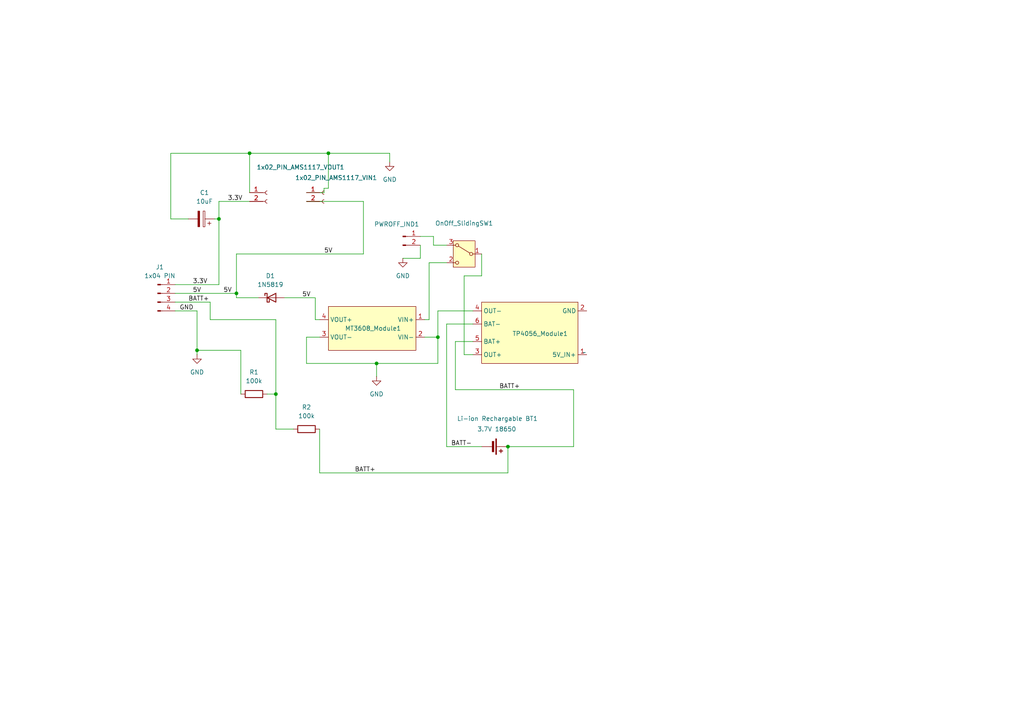
<source format=kicad_sch>
(kicad_sch (version 20250114) (generator "eeschema") (generator_version "9.0")
  (paper "A4")
  (lib_symbols
    (symbol "Connector:Conn_01x02_Pin" (pin_names (offset 1.016) (hide yes))
      (property "Reference" "J" (at 0 2.54 0))
      (property "Value" "Conn_01x02_Pin" (at 0 -5.08 0))
      (symbol "Conn_01x02_Pin_1_1"
        (rectangle (start 0.8636 0.127) (end 0 -0.127) (stroke (width 0.1524)) (fill (type outline)))
        (rectangle (start 0.8636 -2.413) (end 0 -2.667) (stroke (width 0.1524)) (fill (type outline)))
        (polyline (pts (xy 1.27 0) (xy 0.8636 0)) (stroke (width 0.1524)))
        (polyline (pts (xy 1.27 -2.54) (xy 0.8636 -2.54)) (stroke (width 0.1524)))
        (pin passive line (at 5.08 0 180) (length 3.81) (name "Pin_1") (number "1"))
        (pin passive line (at 5.08 -2.54 180) (length 3.81) (name "Pin_2") (number "2"))
      )
    )
    (symbol "Connector:Conn_01x02_Socket" (pin_names (offset 1.016) (hide yes))
      (property "Reference" "J" (at 0 2.54 0))
      (property "Value" "Conn_01x02_Socket" (at 0 -5.08 0))
      (symbol "Conn_01x02_Socket_1_1"
        (polyline (pts (xy -1.27 0) (xy -0.508 0)) (stroke (width 0.1524)))
        (polyline (pts (xy -1.27 -2.54) (xy -0.508 -2.54)) (stroke (width 0.1524)))
        (arc (start 0 -0.508) (mid -0.5058 0) (end 0 0.508) (stroke (width 0.1524)))
        (arc (start 0 -3.048) (mid -0.5058 -2.54) (end 0 -2.032) (stroke (width 0.1524)))
        (pin passive line (at -5.08 0 0) (length 3.81) (name "Pin_1") (number "1"))
        (pin passive line (at -5.08 -2.54 0) (length 3.81) (name "Pin_2") (number "2"))
      )
    )
    (symbol "Connector:Conn_01x04_Pin" (pin_names (offset 1.016) (hide yes))
      (property "Reference" "J" (at 0 5.08 0))
      (property "Value" "Conn_01x04_Pin" (at 0 -7.62 0))
      (symbol "Conn_01x04_Pin_1_1"
        (rectangle (start 0.8636 2.667) (end 0 2.413) (stroke (width 0.1524)) (fill (type outline)))
        (rectangle (start 0.8636 0.127) (end 0 -0.127) (stroke (width 0.1524)) (fill (type outline)))
        (rectangle (start 0.8636 -2.413) (end 0 -2.667) (stroke (width 0.1524)) (fill (type outline)))
        (rectangle (start 0.8636 -4.953) (end 0 -5.207) (stroke (width 0.1524)) (fill (type outline)))
        (polyline (pts (xy 1.27 2.54) (xy 0.8636 2.54)) (stroke (width 0.1524)))
        (polyline (pts (xy 1.27 0) (xy 0.8636 0)) (stroke (width 0.1524)))
        (polyline (pts (xy 1.27 -2.54) (xy 0.8636 -2.54)) (stroke (width 0.1524)))
        (polyline (pts (xy 1.27 -5.08) (xy 0.8636 -5.08)) (stroke (width 0.1524)))
        (pin passive line (at 5.08 2.54 180) (length 3.81) (name "Pin_1") (number "1"))
        (pin passive line (at 5.08 0 180) (length 3.81) (name "Pin_2") (number "2"))
        (pin passive line (at 5.08 -2.54 180) (length 3.81) (name "Pin_3") (number "3"))
        (pin passive line (at 5.08 -5.08 180) (length 3.81) (name "Pin_4") (number "4"))
      )
    )
    (symbol "Device:Battery_Cell" (pin_numbers (hide yes)) (pin_names (offset 0) (hide yes))
      (property "Reference" "BT" (at 2.54 2.54 0))
      (property "Value" "Battery_Cell" (at 2.54 0 0))
      (symbol "Battery_Cell_0_1"
        (rectangle (start -2.286 1.778) (end 2.286 1.524) (fill (type outline)))
        (rectangle (start -1.524 1.016) (end 1.524 0.508) (fill (type outline)))
        (polyline (pts (xy 0 1.778) (xy 0 2.54)))
        (polyline (pts (xy 0 0.762) (xy 0 0)))
        (polyline (pts (xy 0.762 3.048) (xy 1.778 3.048)) (stroke (width 0.254)))
        (polyline (pts (xy 1.27 3.556) (xy 1.27 2.54)) (stroke (width 0.254)))
      )
      (symbol "Battery_Cell_1_1"
        (pin passive line (at 0 5.08 270) (length 2.54) (name "+") (number "1"))
        (pin passive line (at 0 -2.54 90) (length 2.54) (name "-") (number "2"))
      )
    )
    (symbol "Device:C_Polarized" (pin_numbers (hide yes)) (pin_names (offset 0.254))
      (property "Reference" "C" (at 0.635 2.54 0))
      (property "Value" "C_Polarized" (at 0.635 -2.54 0))
      (symbol "C_Polarized_0_1"
        (rectangle (start -2.286 0.508) (end 2.286 1.016))
        (polyline (pts (xy -1.778 2.286) (xy -0.762 2.286)))
        (polyline (pts (xy -1.27 2.794) (xy -1.27 1.778)))
        (rectangle (start 2.286 -0.508) (end -2.286 -1.016) (fill (type outline)))
      )
      (symbol "C_Polarized_1_1"
        (pin passive line (at 0 3.81 270) (length 2.794) (name "~") (number "1"))
        (pin passive line (at 0 -3.81 90) (length 2.794) (name "~") (number "2"))
      )
    )
    (symbol "Device:R" (pin_numbers (hide yes)) (pin_names (offset 0))
      (property "Reference" "R" (at 2.032 0 90))
      (property "Value" "R" (at 0 0 90))
      (symbol "R_0_1"
        (rectangle (start -1.016 -2.54) (end 1.016 2.54) (stroke (width 0.254)))
      )
      (symbol "R_1_1"
        (pin passive line (at 0 3.81 270) (length 1.27) (name "~") (number "1"))
        (pin passive line (at 0 -3.81 90) (length 1.27) (name "~") (number "2"))
      )
    )
    (symbol "Diode:1N5819" (pin_numbers (hide yes)) (pin_names (offset 1.016) (hide yes))
      (property "Reference" "D" (at 0 2.54 0))
      (property "Value" "1N5819" (at 0 -2.54 0))
      (symbol "1N5819_0_1"
        (polyline (pts (xy -1.905 0.635) (xy -1.905 1.27) (xy -1.27 1.27) (xy -1.27 -1.27) (xy -0.635 -1.27) (xy -0.635 -0.635)) (stroke (width 0.254)))
        (polyline (pts (xy 1.27 1.27) (xy 1.27 -1.27) (xy -1.27 0) (xy 1.27 1.27)) (stroke (width 0.254)))
        (polyline (pts (xy 1.27 0) (xy -1.27 0)))
      )
      (symbol "1N5819_1_1"
        (pin passive line (at -3.81 0 0) (length 2.54) (name "K") (number "1"))
        (pin passive line (at 3.81 0 180) (length 2.54) (name "A") (number "2"))
      )
    )
    (symbol "Switch:SW_Wuerth_450301014042" (pin_names (offset 1) (hide yes))
      (property "Reference" "SW" (at 0 5.08 0))
      (property "Value" "SW_Wuerth_450301014042" (at 0 -5.08 0))
      (symbol "SW_Wuerth_450301014042_0_1"
        (circle (center -2.032 0) (radius 0.4572))
        (polyline (pts (xy -1.651 0.254) (xy 1.651 2.286)))
        (circle (center 2.032 2.54) (radius 0.4572))
        (circle (center 2.032 -2.54) (radius 0.4572))
      )
      (symbol "SW_Wuerth_450301014042_1_1"
        (rectangle (start -3.175 3.81) (end 3.175 -3.81) (fill (type background)))
        (pin passive line (at -5.08 0 0) (length 2.54) (name "B") (number "1"))
        (pin passive line (at 5.08 2.54 180) (length 2.54) (name "A") (number "3"))
        (pin passive line (at 5.08 -2.54 180) (length 2.54) (name "C") (number "2"))
      )
    )
    (symbol "TMB_Library:MT3608_Module"
      (property "Reference" "U" (at 0 0 0))
      (symbol "MT3608_Module_0_1"
        (rectangle (start -27.94 6.35) (end -2.54 -6.35) (fill (type color) (color 255 255 194 1)))
      )
      (symbol "MT3608_Module_1_1"
        (pin power_out line (at -30.48 2.54 0) (length 2.54) (name "VOUT+") (number "4"))
        (pin power_out line (at -30.48 -2.54 0) (length 2.54) (name "VOUT-") (number "3"))
        (pin power_in line (at 0 2.54 180) (length 2.54) (name "VIN+") (number "1"))
        (pin power_in line (at 0 -2.54 180) (length 2.54) (name "VIN-") (number "2"))
      )
    )
    (symbol "TMB_Library:TP4056_Module"
      (property "Reference" "U" (at 0 0 0))
      (symbol "TP4056_Module_0_1"
        (rectangle (start 2.54 8.89) (end 30.48 -8.89) (fill (type color) (color 255 255 194 1)))
      )
      (symbol "TP4056_Module_1_1"
        (pin power_out line (at 0 6.35 0) (length 2.54) (name "OUT-") (number "4"))
        (pin bidirectional line (at 0 2.54 0) (length 2.54) (name "BAT-") (number "6"))
        (pin bidirectional line (at 0 -2.54 0) (length 2.54) (name "BAT+") (number "5"))
        (pin power_out line (at 0 -6.35 0) (length 2.54) (name "OUT+") (number "3"))
        (pin power_in line (at 33.02 6.35 180) (length 2.54) (name "GND") (number "2"))
        (pin power_in line (at 33.02 -6.35 180) (length 2.54) (name "5V_IN+") (number "1"))
      )
    )
    (symbol "power:GND" (power) (pin_numbers (hide yes)) (pin_names (offset 0) (hide yes))
      (property "Value" "GND" (at 0 -3.81 0))
      (symbol "GND_0_1"
        (polyline (pts (xy 0 0) (xy 0 -1.27) (xy 1.27 -1.27) (xy 0 -2.54) (xy -1.27 -1.27) (xy 0 -1.27)))
      )
      (symbol "GND_1_1"
        (pin power_in line (at 0 0 270) (length 0) (name "~") (number "1"))
      )
    )
  )
  (junction (at 72.39 44.45))
  (junction (at 68.58 85.09))
  (junction (at 63.5 63.5))
  (junction (at 57.15 101.6))
  (junction (at 109.22 105.41))
  (junction (at 147.32 129.54))
  (junction (at 80.01 114.3))
  (junction (at 95.25 44.45))
  (junction (at 127 97.79))
  (wire (pts (xy 125.73 71.12) (xy 125.73 68.58)))
  (wire (pts (xy 49.53 44.45) (xy 72.39 44.45)))
  (wire (pts (xy 129.54 71.12) (xy 125.73 71.12)))
  (wire (pts (xy 69.85 114.3) (xy 69.85 101.6)))
  (wire (pts (xy 63.5 58.42) (xy 63.5 63.5)))
  (wire (pts (xy 62.23 63.5) (xy 63.5 63.5)))
  (wire (pts (xy 72.39 44.45) (xy 95.25 44.45)))
  (wire (pts (xy 147.32 137.16) (xy 92.71 137.16)))
  (wire (pts (xy 166.37 129.54) (xy 166.37 113.03)))
  (wire (pts (xy 139.7 73.66) (xy 139.7 80.01)))
  (wire (pts (xy 147.32 129.54) (xy 166.37 129.54)))
  (wire (pts (xy 91.44 92.71) (xy 92.71 92.71)))
  (wire (pts (xy 129.54 76.2) (xy 124.46 76.2)))
  (wire (pts (xy 93.98 54.61) (xy 93.98 55.88)))
  (wire (pts (xy 105.41 58.42) (xy 105.41 73.66)))
  (wire (pts (xy 88.9 97.79) (xy 88.9 105.41)))
  (wire (pts (xy 109.22 105.41) (xy 109.22 109.22)))
  (wire (pts (xy 93.98 55.88) (xy 88.9 55.88)))
  (wire (pts (xy 132.08 99.06) (xy 132.08 113.03)))
  (wire (pts (xy 72.39 44.45) (xy 72.39 55.88)))
  (wire (pts (xy 60.96 92.71) (xy 60.96 87.63)))
  (wire (pts (xy 129.54 129.54) (xy 139.7 129.54)))
  (wire (pts (xy 139.7 80.01) (xy 134.62 80.01)))
  (wire (pts (xy 49.53 63.5) (xy 54.61 63.5)))
  (wire (pts (xy 68.58 85.09) (xy 68.58 86.36)))
  (wire (pts (xy 166.37 113.03) (xy 132.08 113.03)))
  (wire (pts (xy 129.54 93.98) (xy 137.16 93.98)))
  (wire (pts (xy 134.62 80.01) (xy 134.62 102.87)))
  (wire (pts (xy 124.46 76.2) (xy 124.46 92.71)))
  (wire (pts (xy 57.15 101.6) (xy 57.15 102.87)))
  (wire (pts (xy 88.9 97.79) (xy 92.71 97.79)))
  (wire (pts (xy 88.9 105.41) (xy 109.22 105.41)))
  (wire (pts (xy 80.01 124.46) (xy 80.01 114.3)))
  (wire (pts (xy 72.39 58.42) (xy 63.5 58.42)))
  (wire (pts (xy 134.62 102.87) (xy 137.16 102.87)))
  (wire (pts (xy 50.8 87.63) (xy 60.96 87.63)))
  (wire (pts (xy 116.84 74.93) (xy 121.92 74.93)))
  (wire (pts (xy 50.8 90.17) (xy 57.15 90.17)))
  (wire (pts (xy 88.9 58.42) (xy 105.41 58.42)))
  (wire (pts (xy 125.73 68.58) (xy 121.92 68.58)))
  (wire (pts (xy 95.25 44.45) (xy 95.25 54.61)))
  (wire (pts (xy 113.03 44.45) (xy 113.03 46.99)))
  (wire (pts (xy 127 97.79) (xy 127 105.41)))
  (wire (pts (xy 80.01 114.3) (xy 80.01 92.71)))
  (wire (pts (xy 68.58 73.66) (xy 105.41 73.66)))
  (wire (pts (xy 50.8 82.55) (xy 63.5 82.55)))
  (wire (pts (xy 91.44 86.36) (xy 82.55 86.36)))
  (wire (pts (xy 92.71 124.46) (xy 92.71 137.16)))
  (wire (pts (xy 91.44 86.36) (xy 91.44 92.71)))
  (wire (pts (xy 68.58 86.36) (xy 74.93 86.36)))
  (wire (pts (xy 123.19 97.79) (xy 127 97.79)))
  (wire (pts (xy 147.32 129.54) (xy 147.32 137.16)))
  (wire (pts (xy 93.98 54.61) (xy 95.25 54.61)))
  (wire (pts (xy 77.47 114.3) (xy 80.01 114.3)))
  (wire (pts (xy 127 90.17) (xy 127 97.79)))
  (wire (pts (xy 80.01 124.46) (xy 85.09 124.46)))
  (wire (pts (xy 63.5 82.55) (xy 63.5 63.5)))
  (wire (pts (xy 80.01 92.71) (xy 60.96 92.71)))
  (wire (pts (xy 49.53 44.45) (xy 49.53 63.5)))
  (wire (pts (xy 132.08 99.06) (xy 137.16 99.06)))
  (wire (pts (xy 121.92 71.12) (xy 121.92 74.93)))
  (wire (pts (xy 57.15 90.17) (xy 57.15 101.6)))
  (wire (pts (xy 69.85 101.6) (xy 57.15 101.6)))
  (wire (pts (xy 95.25 44.45) (xy 113.03 44.45)))
  (wire (pts (xy 127 90.17) (xy 137.16 90.17)))
  (wire (pts (xy 68.58 73.66) (xy 68.58 85.09)))
  (wire (pts (xy 129.54 93.98) (xy 129.54 129.54)))
  (wire (pts (xy 50.8 85.09) (xy 68.58 85.09)))
  (wire (pts (xy 109.22 105.41) (xy 127 105.41)))
  (wire (pts (xy 124.46 92.71) (xy 123.19 92.71)))
  (label "5V" (at 87.63 86.36 0))
  (label "5V" (at 64.77 85.09 0))
  (label "5V" (at 93.98 73.66 0))
  (label "GND" (at 52.07 90.17 0))
  (label "3.3V" (at 66.04 58.42 0))
  (label "BATT+" (at 54.61 87.63 0))
  (label "" (at 124.46 68.58 0))
  (label "3.3V" (at 55.88 82.55 0))
  (label "BATT-" (at 130.81 129.54 0))
  (label "BATT+" (at 144.78 113.03 0))
  (label "5V" (at 55.88 85.09 0))
  (label "BATT+" (at 102.87 137.16 0))
  (symbol (lib_id "power:GND") (at 116.84 74.93 0) (unit 1)
    (property "Reference" "#PWR04" (effects (hide yes)))
    (property "Value" "GND" (at 116.84 80.01 0))
    (property "Description" "Power symbol creates a global label with name \"GND\" , ground" (effects (hide yes)))
  )
  (symbol (lib_id "Device:R") (at 73.66 114.3 90) (unit 1)
    (property "Reference" "R1" (at 73.66 107.95 90))
    (property "Value" "100k" (at 73.66 110.49 90))
    (property "Footprint" "Resistor_THT:R_Axial_DIN0207_L6.3mm_D2.5mm_P7.62mm_Horizontal" (effects (hide yes)))
    (property "Description" "Resistor" (effects (hide yes)))
  )
  (symbol (lib_id "TMB_Library:MT3608_Module") (at 123.19 95.25 0) (unit 1)
    (property "Reference" "MT3608_Module1" (at 108.204 95.25 0))
    (property "Footprint" "TMB_Library:MT3608-hw-045" (effects (hide yes)))
  )
  (symbol (lib_id "Device:R") (at 88.9 124.46 90) (unit 1)
    (property "Reference" "R2" (at 88.9 118.11 90))
    (property "Value" "100k" (at 88.9 120.65 90))
    (property "Footprint" "Resistor_THT:R_Axial_DIN0207_L6.3mm_D2.5mm_P7.62mm_Horizontal" (effects (hide yes)))
    (property "Description" "Resistor" (effects (hide yes)))
  )
  (symbol (lib_id "Device:C_Polarized") (at 58.42 63.5 270) (mirror x) (unit 1)
    (property "Reference" "C1" (at 59.309 55.88 90))
    (property "Value" "10uF" (at 59.309 58.42 90))
    (property "Footprint" "Capacitor_THT:CP_Radial_D4.0mm_P2.00mm" (effects (hide yes)))
    (property "Description" "Polarized capacitor" (effects (hide yes)))
  )
  (symbol (lib_id "Connector:Conn_01x04_Pin") (at 45.72 85.09 0) (unit 1)
    (property "Reference" "J1" (at 46.355 77.47 0))
    (property "Value" "1x04 PIN" (at 46.355 80.01 0))
    (property "Footprint" "Connector_PinHeader_2.54mm:PinHeader_1x04_P2.54mm_Vertical" (effects (hide yes)))
    (property "Description" "Generic connector, single row, 01x04, script generated" (effects (hide yes)))
  )
  (symbol (lib_id "TMB_Library:TP4056_Module") (at 137.16 96.52 0) (unit 1)
    (property "Reference" "TP4056_Module1" (at 148.59 96.774 0) (effects (justify left)))
    (property "Value" "~" (at 168.91 102.2349 0) (effects (justify left)))
    (property "Footprint" "TMB_Library:TP4056-18650" (effects (hide yes)))
  )
  (symbol (lib_id "Diode:1N5819") (at 78.74 86.36 0) (unit 1)
    (property "Reference" "D1" (at 78.4225 80.01 0))
    (property "Value" "1N5819" (at 78.4225 82.55 0))
    (property "Footprint" "Diode_THT:D_DO-41_SOD81_P10.16mm_Horizontal" (effects (hide yes)))
    (property "Datasheet" "http://www.vishay.com/docs/88525/1n5817.pdf" (effects (hide yes)))
    (property "Description" "40V 1A Schottky Barrier Rectifier Diode, DO-41" (effects (hide yes)))
  )
  (symbol (lib_id "power:GND") (at 113.03 46.99 0) (unit 1)
    (property "Reference" "#PWR01" (effects (hide yes)))
    (property "Value" "GND" (at 113.03 52.07 0))
    (property "Description" "Power symbol creates a global label with name \"GND\" , ground" (effects (hide yes)))
  )
  (symbol (lib_id "Switch:SW_Wuerth_450301014042") (at 134.62 73.66 0) (mirror y) (unit 1)
    (property "Reference" "OnOff_SlidingSW1" (at 134.62 64.77 0))
    (property "Value" "SW_Wuerth_450301014042" (effects (hide yes)))
    (property "Footprint" "Button_Switch_THT:SW_Slide-03_Wuerth-WS-SLTV_10x2.5x6.4_P2.54mm" (effects (hide yes)))
    (property "Datasheet" "https://www.we-online.com/components/products/datasheet/450301014042.pdf" (effects (hide yes)))
    (property "Description" "Switch slide, single pole double throw" (effects (hide yes)))
  )
  (symbol (lib_id "power:GND") (at 57.15 102.87 0) (unit 1)
    (property "Reference" "#PWR02" (effects (hide yes)))
    (property "Value" "GND" (at 57.15 107.95 0))
    (property "Description" "Power symbol creates a global label with name \"GND\" , ground" (effects (hide yes)))
  )
  (symbol (lib_id "Device:Battery_Cell") (at 142.24 129.54 270) (unit 1)
    (property "Reference" "Li-ion Rechargable BT1" (at 144.272 121.412 90))
    (property "Value" "3.7V 18650" (at 144.0815 124.46 90))
    (property "Footprint" "Battery:BatteryHolder_MPD_BK-18650-PC2" (effects (hide yes)))
    (property "Description" "Single-cell battery" (effects (hide yes)))
  )
  (symbol (lib_id "Connector:Conn_01x02_Socket") (at 93.98 55.88 0) (unit 1)
    (property "Reference" "1x02_PIN_AMS1117_VIN1" (at 85.598 51.562 0) (effects (justify left)))
    (property "Value" "1x02 Pin" (effects (hide yes)))
    (property "Footprint" "Connector_PinSocket_2.54mm:PinSocket_1x02_P2.54mm_Vertical" (effects (hide yes)))
    (property "Description" "Generic connector, single row, 01x02, script generated" (effects (hide yes)))
  )
  (symbol (lib_id "Connector:Conn_01x02_Socket") (at 77.47 55.88 0) (unit 1)
    (property "Reference" "1x02_PIN_AMS1117_VOUT1" (at 74.422 48.514 0) (effects (justify left)))
    (property "Value" "1x02 Pin" (effects (hide yes)))
    (property "Footprint" "Connector_PinSocket_2.54mm:PinSocket_1x02_P2.54mm_Vertical" (effects (hide yes)))
    (property "Description" "Generic connector, single row, 01x02, script generated" (effects (hide yes)))
  )
  (symbol (lib_id "power:GND") (at 109.22 109.22 0) (unit 1)
    (property "Reference" "#PWR03" (effects (hide yes)))
    (property "Value" "GND" (at 109.22 114.3 0))
    (property "Description" "Power symbol creates a global label with name \"GND\" , ground" (effects (hide yes)))
  )
  (symbol (lib_id "Connector:Conn_01x02_Pin") (at 116.84 68.58 0) (unit 1)
    (property "Reference" "PWROFF_IND1" (at 115.062 65.024 0))
    (property "Value" "Conn_01x02_Pin" (effects (hide yes)))
    (property "Description" "Generic connector, single row, 01x02, script generated" (effects (hide yes)))
  )
)
</source>
